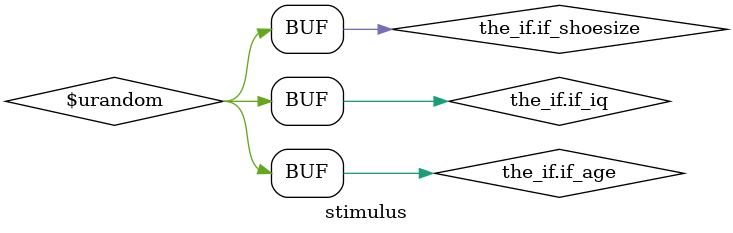
<source format=sv>
module stimulus(score_if the_if);
   initial begin
      repeat (3) begin
	 the_if.if_age      = $urandom;
	 the_if.if_iq       = $urandom;
	 the_if.if_shoesize = $urandom;
	 #10;
      end
   end
endmodule



</source>
